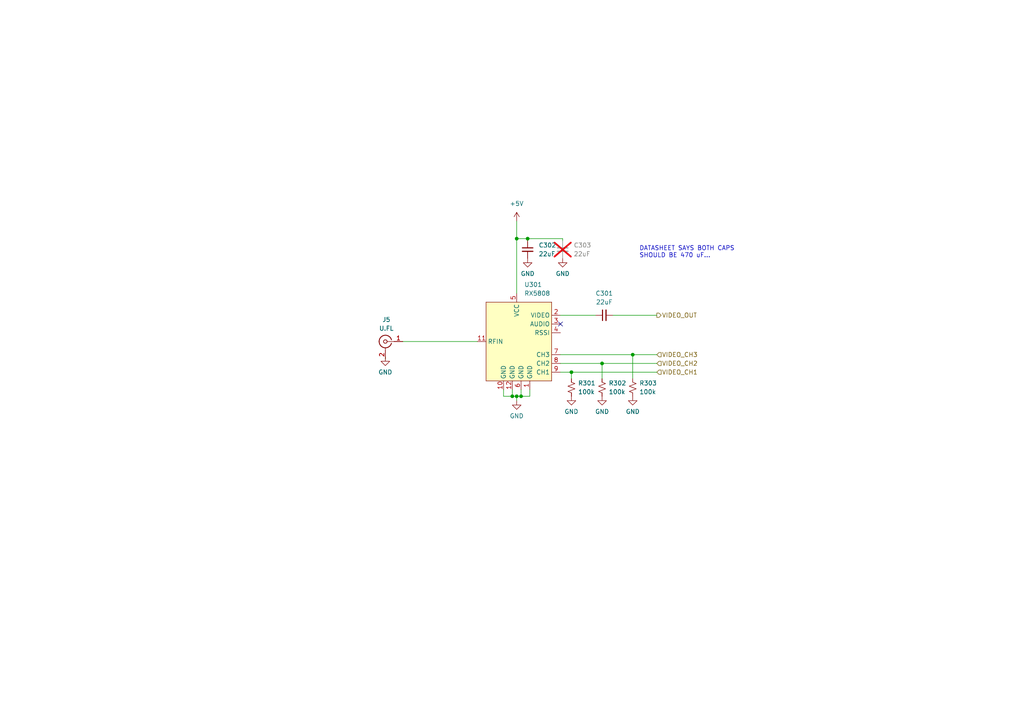
<source format=kicad_sch>
(kicad_sch (version 20230121) (generator eeschema)
  (paper "A4")
  (title_block (title "Video Radio") (date "2023-06-05"))
  (lib_symbols
    (symbol "Connector:Conn_Coaxial" (pin_names (offset 1.016) hide)
      (property "Reference" "J" (at 0.254 3.048 0))
      (property "Value" "Conn_Coaxial" (at 2.921 0 90))
      (symbol "Conn_Coaxial_0_1"
        (arc (start -1.778 -0.508) (mid 0.2311 -1.8066) (end 1.778 0) (stroke (width 0.254)))
        (polyline (pts (xy -2.54 0) (xy -0.508 0)))
        (polyline (pts (xy 0 -2.54) (xy 0 -1.778)))
        (circle (center 0 0) (radius 0.508) (stroke (width 0.2032)))
        (arc (start 1.778 0) (mid 0.2099 1.8101) (end -1.778 0.508) (stroke (width 0.254)))
      )
      (symbol "Conn_Coaxial_1_1"
        (pin passive line (at -5.08 0 0) (length 2.54) (name "In") (number "1"))
        (pin passive line (at 0 -5.08 90) (length 2.54) (name "Ext") (number "2"))
      )
    )
    (symbol "Device:C_Small" (pin_numbers hide) (pin_names (offset 0.254) hide)
      (property "Reference" "C" (at 0.254 1.778 0))
      (property "Value" "C_Small" (at 0.254 -2.032 0))
      (symbol "C_Small_0_1"
        (polyline (pts (xy -1.524 -0.508) (xy 1.524 -0.508)) (stroke (width 0.3302)))
        (polyline (pts (xy -1.524 0.508) (xy 1.524 0.508)) (stroke (width 0.3048)))
      )
      (symbol "C_Small_1_1"
        (pin passive line (at 0 2.54 270) (length 2.032) (name "~") (number "1"))
        (pin passive line (at 0 -2.54 90) (length 2.032) (name "~") (number "2"))
      )
    )
    (symbol "Device:R_Small_US" (pin_numbers hide) (pin_names (offset 0.254) hide)
      (property "Reference" "R" (at 0.762 0.508 0))
      (property "Value" "R_Small_US" (at 0.762 -1.016 0))
      (symbol "R_Small_US_1_1"
        (polyline (pts (xy 0 0) (xy 1.016 -0.381) (xy 0 -0.762) (xy -1.016 -1.143) (xy 0 -1.524)))
        (polyline (pts (xy 0 1.524) (xy 1.016 1.143) (xy 0 0.762) (xy -1.016 0.381) (xy 0 0)))
        (pin passive line (at 0 2.54 270) (length 1.016) (name "~") (number "1"))
        (pin passive line (at 0 -2.54 90) (length 1.016) (name "~") (number "2"))
      )
    )
    (symbol "capstone:RX5808"
      (property "Reference" "U" (at 7.62 19.05 0))
      (property "Value" "RX5808" (at 7.62 16.51 0))
      (symbol "RX5808_1_1"
        (rectangle (start -8.89 11.43) (end 10.16 -11.43) (fill (type background)))
        (pin power_out line (at 3.81 -13.97 90) (length 2.54) (name "GND") (number "1"))
        (pin power_out line (at -3.81 -13.97 90) (length 2.54) (name "GND") (number "10"))
        (pin input line (at -11.43 0 0) (length 2.54) (name "RFIN") (number "11"))
        (pin power_out line (at -1.27 -13.97 90) (length 2.54) (name "GND") (number "12"))
        (pin output line (at 12.7 7.62 180) (length 2.54) (name "VIDEO") (number "2"))
        (pin output line (at 12.7 5.08 180) (length 2.54) (name "AUDIO") (number "3"))
        (pin output line (at 12.7 2.54 180) (length 2.54) (name "RSSI") (number "4"))
        (pin output line (at 0 13.97 270) (length 2.54) (name "VCC") (number "5"))
        (pin power_out line (at 1.27 -13.97 90) (length 2.54) (name "GND") (number "6"))
        (pin output line (at 12.7 -3.81 180) (length 2.54) (name "CH3") (number "7"))
        (pin output line (at 12.7 -6.35 180) (length 2.54) (name "CH2") (number "8"))
        (pin output line (at 12.7 -8.89 180) (length 2.54) (name "CH1") (number "9"))
      )
    )
    (symbol "power:+5V" (power) (pin_names (offset 0))
      (property "Value" "+5V" (at 0 3.556 0))
      (symbol "+5V_0_1"
        (polyline (pts (xy -0.762 1.27) (xy 0 2.54)))
        (polyline (pts (xy 0 0) (xy 0 2.54)))
        (polyline (pts (xy 0 2.54) (xy 0.762 1.27)))
      )
      (symbol "+5V_1_1"
        (pin power_in line (at 0 0 90) (length 0) hide (name "+5V") (number "1"))
      )
    )
    (symbol "power:GND" (power) (pin_names (offset 0))
      (property "Value" "GND" (at 0 -3.81 0))
      (symbol "GND_0_1"
        (polyline (pts (xy 0 0) (xy 0 -1.27) (xy 1.27 -1.27) (xy 0 -2.54) (xy -1.27 -1.27) (xy 0 -1.27)))
      )
      (symbol "GND_1_1"
        (pin power_in line (at 0 0 270) (length 0) hide (name "GND") (number "1"))
      )
    )
  )
  (junction (at 153.035 69.215))
  (junction (at 149.86 69.215))
  (junction (at 148.59 114.935))
  (junction (at 165.735 107.95))
  (junction (at 174.625 105.41))
  (junction (at 151.13 114.935))
  (junction (at 183.515 102.87))
  (junction (at 149.86 114.935))
  (no_connect (at 162.56 93.98))
  (wire (pts (xy 149.86 64.135) (xy 149.86 69.215)))
  (wire (pts (xy 163.195 69.85) (xy 163.195 69.215)))
  (wire (pts (xy 146.05 114.935) (xy 148.59 114.935)))
  (wire (pts (xy 190.5 91.44) (xy 177.8 91.44)))
  (wire (pts (xy 190.5 102.87) (xy 183.515 102.87)))
  (wire (pts (xy 148.59 113.03) (xy 148.59 114.935)))
  (wire (pts (xy 111.76 104.14) (xy 111.76 103.505)))
  (wire (pts (xy 153.035 69.85) (xy 153.035 69.215)))
  (wire (pts (xy 190.5 107.95) (xy 165.735 107.95)))
  (wire (pts (xy 151.13 114.935) (xy 149.86 114.935)))
  (wire (pts (xy 138.43 99.06) (xy 116.84 99.06)))
  (wire (pts (xy 165.735 107.95) (xy 162.56 107.95)))
  (wire (pts (xy 146.05 113.03) (xy 146.05 114.935)))
  (wire (pts (xy 174.625 109.855) (xy 174.625 105.41)))
  (wire (pts (xy 153.67 113.03) (xy 153.67 114.935)))
  (wire (pts (xy 148.59 114.935) (xy 149.86 114.935)))
  (wire (pts (xy 183.515 102.87) (xy 162.56 102.87)))
  (wire (pts (xy 151.13 113.03) (xy 151.13 114.935)))
  (wire (pts (xy 149.86 114.935) (xy 149.86 116.205)))
  (wire (pts (xy 174.625 105.41) (xy 162.56 105.41)))
  (wire (pts (xy 149.86 69.215) (xy 149.86 85.09)))
  (wire (pts (xy 165.735 109.855) (xy 165.735 107.95)))
  (wire (pts (xy 163.195 69.215) (xy 153.035 69.215)))
  (wire (pts (xy 174.625 105.41) (xy 190.5 105.41)))
  (wire (pts (xy 153.035 69.215) (xy 149.86 69.215)))
  (wire (pts (xy 183.515 102.87) (xy 183.515 109.855)))
  (wire (pts (xy 153.67 114.935) (xy 151.13 114.935)))
  (wire (pts (xy 172.72 91.44) (xy 162.56 91.44)))
  (text "DATASHEET SAYS BOTH CAPS\nSHOULD BE 470 uF..." (at 185.42 74.93 0) (effects (font (size 1.27 1.27)) (justify left bottom)))
  (hierarchical_label "VIDEO_CH3" (shape input) (at 190.5 102.87 0))
  (hierarchical_label "VIDEO_CH2" (shape input) (at 190.5 105.41 0))
  (hierarchical_label "VIDEO_CH1" (shape input) (at 190.5 107.95 0))
  (hierarchical_label "VIDEO_OUT" (shape output) (at 190.5 91.44 0))
  (symbol (lib_id "power:GND") (at 165.735 114.935 0) (unit 1)
    (property "Reference" "#PWR0303" (effects hide))
    (property "Value" "GND" (at 165.735 119.38 0))
  )
  (symbol (lib_id "Device:R_Small_US") (at 183.515 112.395 0) (unit 1)
    (property "Reference" "R303" (at 185.42 111.125 0) (effects (justify left)))
    (property "Value" "100k" (at 185.42 113.665 0) (effects (justify left)))
  )
  (symbol (lib_id "power:GND") (at 149.86 116.205 0) (unit 1)
    (property "Reference" "#PWR0302" (effects hide))
    (property "Value" "GND" (at 149.86 120.65 0))
  )
  (symbol (lib_id "Device:C_Small") (at 163.195 72.39 0) (unit 1) (dnp yes)
    (property "Reference" "C303" (at 166.37 71.1263 0) (effects (justify left)))
    (property "Value" "22uF" (at 166.37 73.6663 0) (effects (justify left)))
  )
  (symbol (lib_id "Connector:Conn_Coaxial") (at 111.76 99.06 0) (mirror y) (unit 1)
    (property "Reference" "J5" (at 112.0774 92.71 0))
    (property "Value" "U.FL" (at 112.0774 95.25 0))
    (property "Footprint" "capstone:U.FL-R-SMT-1(60)" (effects hide))
    (property "Datasheet" " ~" (effects hide))
    (instances (project "low-power" (path "" (reference "J5") (unit 1)) (path "" (reference "J301") (unit 1))) (project "ground-station" (path "" (reference "J5") (unit 1))))
  )
  (symbol (lib_id "Device:R_Small_US") (at 165.735 112.395 0) (unit 1)
    (property "Reference" "R301" (at 167.64 111.125 0) (effects (justify left)))
    (property "Value" "100k" (at 167.64 113.665 0) (effects (justify left)))
  )
  (symbol (lib_id "power:GND") (at 163.195 74.93 0) (unit 1)
    (property "Reference" "#PWR0308" (effects hide))
    (property "Value" "GND" (at 163.195 79.375 0))
  )
  (symbol (lib_id "power:GND") (at 183.515 114.935 0) (unit 1)
    (property "Reference" "#PWR0305" (effects hide))
    (property "Value" "GND" (at 183.515 119.38 0))
  )
  (symbol (lib_id "power:GND") (at 111.76 103.505 0) (unit 1)
    (property "Reference" "#PWR0301" (effects hide))
    (property "Value" "GND" (at 111.76 107.95 0))
  )
  (symbol (lib_id "Device:C_Small") (at 175.26 91.44 90) (unit 1)
    (property "Reference" "C301" (at 175.2663 85.09 90))
    (property "Value" "22uF" (at 175.2663 87.63 90))
  )
  (symbol (lib_id "power:+5V") (at 149.86 64.135 0) (unit 1)
    (property "Reference" "#PWR0306" (effects hide))
    (property "Value" "+5V" (at 149.86 59.055 0))
  )
  (symbol (lib_id "Device:R_Small_US") (at 174.625 112.395 0) (unit 1)
    (property "Reference" "R302" (at 176.53 111.125 0) (effects (justify left)))
    (property "Value" "100k" (at 176.53 113.665 0) (effects (justify left)))
  )
  (symbol (lib_id "power:GND") (at 174.625 114.935 0) (unit 1)
    (property "Reference" "#PWR0304" (effects hide))
    (property "Value" "GND" (at 174.625 119.38 0))
  )
  (symbol (lib_id "capstone:RX5808") (at 149.86 99.06 0) (unit 1)
    (property "Reference" "U301" (at 152.0541 82.55 0) (effects (justify left)))
    (property "Value" "RX5808" (at 152.0541 85.09 0) (effects (justify left)))
  )
  (symbol (lib_id "Device:C_Small") (at 153.035 72.39 0) (unit 1)
    (property "Reference" "C302" (at 156.21 71.1263 0) (effects (justify left)))
    (property "Value" "22uF" (at 156.21 73.6663 0) (effects (justify left)))
  )
  (symbol (lib_id "power:GND") (at 153.035 74.93 0) (unit 1)
    (property "Reference" "#PWR0307" (effects hide))
    (property "Value" "GND" (at 153.035 79.375 0))
  )
)
</source>
